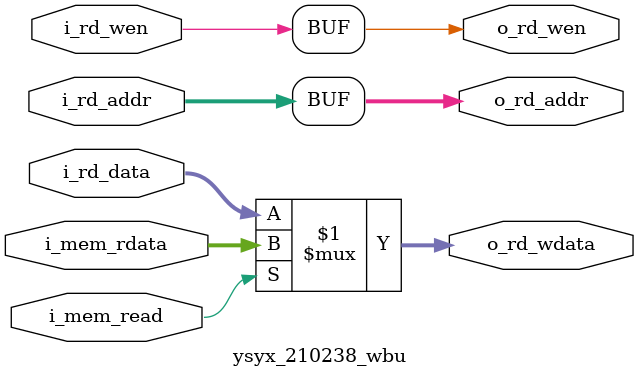
<source format=v>

module  ysyx_210238_wbu(
    // wb
    input  [63:0] i_rd_data,
    input  [4:0]  i_rd_addr,
    input  [63:0] i_mem_rdata,

    // wb control
    input         i_rd_wen,
    input         i_mem_read,

    // reg_file
    output        o_rd_wen,
    output [4:0]  o_rd_addr,
    output [63:0] o_rd_wdata
);

assign o_rd_wen   = i_rd_wen;

assign o_rd_addr  = i_rd_addr;

assign o_rd_wdata = i_mem_read ? i_mem_rdata : i_rd_data;



endmodule // wbu
</source>
